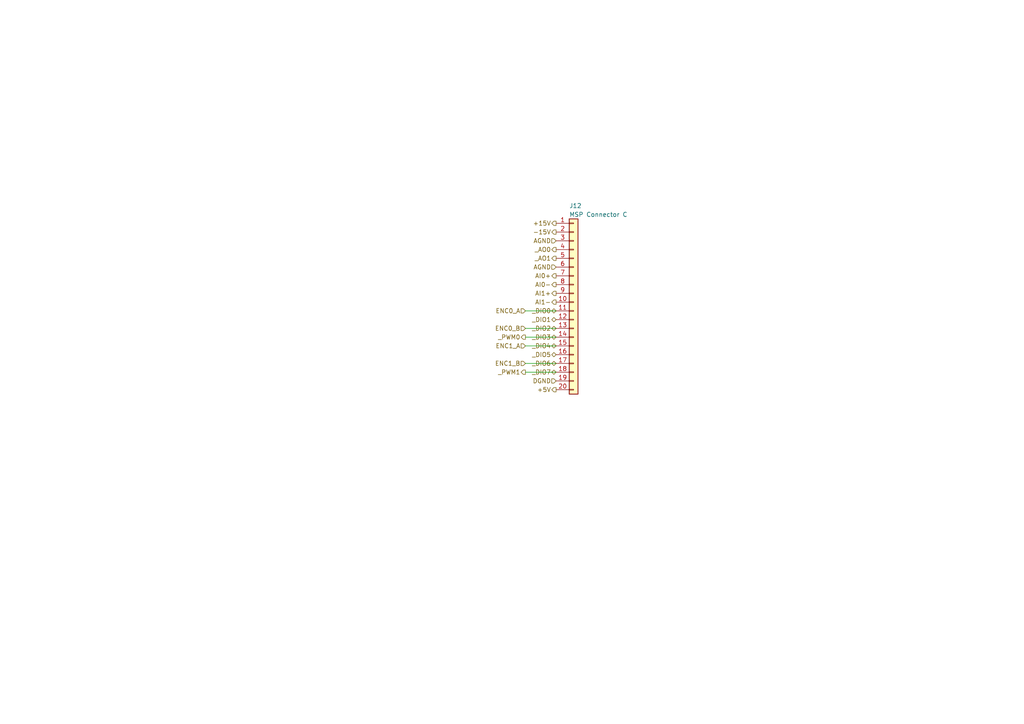
<source format=kicad_sch>
(kicad_sch (version 20230121) (generator eeschema)
  (paper "A4")
  (lib_symbols
    (symbol "Connector_Generic:Conn_01x20" (pin_names (offset 1.016) hide)
      (property "Reference" "J" (at 0 25.4 0))
      (property "Value" "Conn_01x20" (at 0 -27.94 0))
      (symbol "Conn_01x20_1_1"
        (rectangle (start -1.27 -25.273) (end 0 -25.527) (stroke (width 0.1524)))
        (rectangle (start -1.27 -22.733) (end 0 -22.987) (stroke (width 0.1524)))
        (rectangle (start -1.27 -20.193) (end 0 -20.447) (stroke (width 0.1524)))
        (rectangle (start -1.27 -17.653) (end 0 -17.907) (stroke (width 0.1524)))
        (rectangle (start -1.27 -15.113) (end 0 -15.367) (stroke (width 0.1524)))
        (rectangle (start -1.27 -12.573) (end 0 -12.827) (stroke (width 0.1524)))
        (rectangle (start -1.27 -10.033) (end 0 -10.287) (stroke (width 0.1524)))
        (rectangle (start -1.27 -7.493) (end 0 -7.747) (stroke (width 0.1524)))
        (rectangle (start -1.27 -4.953) (end 0 -5.207) (stroke (width 0.1524)))
        (rectangle (start -1.27 -2.413) (end 0 -2.667) (stroke (width 0.1524)))
        (rectangle (start -1.27 0.127) (end 0 -0.127) (stroke (width 0.1524)))
        (rectangle (start -1.27 2.667) (end 0 2.413) (stroke (width 0.1524)))
        (rectangle (start -1.27 5.207) (end 0 4.953) (stroke (width 0.1524)))
        (rectangle (start -1.27 7.747) (end 0 7.493) (stroke (width 0.1524)))
        (rectangle (start -1.27 10.287) (end 0 10.033) (stroke (width 0.1524)))
        (rectangle (start -1.27 12.827) (end 0 12.573) (stroke (width 0.1524)))
        (rectangle (start -1.27 15.367) (end 0 15.113) (stroke (width 0.1524)))
        (rectangle (start -1.27 17.907) (end 0 17.653) (stroke (width 0.1524)))
        (rectangle (start -1.27 20.447) (end 0 20.193) (stroke (width 0.1524)))
        (rectangle (start -1.27 22.987) (end 0 22.733) (stroke (width 0.1524)))
        (rectangle (start -1.27 24.13) (end 1.27 -26.67) (stroke (width 0.254)) (fill (type background)))
        (pin passive line (at -5.08 22.86 0) (length 3.81) (name "Pin_1") (number "1"))
        (pin passive line (at -5.08 0 0) (length 3.81) (name "Pin_10") (number "10"))
        (pin passive line (at -5.08 -2.54 0) (length 3.81) (name "Pin_11") (number "11"))
        (pin passive line (at -5.08 -5.08 0) (length 3.81) (name "Pin_12") (number "12"))
        (pin passive line (at -5.08 -7.62 0) (length 3.81) (name "Pin_13") (number "13"))
        (pin passive line (at -5.08 -10.16 0) (length 3.81) (name "Pin_14") (number "14"))
        (pin passive line (at -5.08 -12.7 0) (length 3.81) (name "Pin_15") (number "15"))
        (pin passive line (at -5.08 -15.24 0) (length 3.81) (name "Pin_16") (number "16"))
        (pin passive line (at -5.08 -17.78 0) (length 3.81) (name "Pin_17") (number "17"))
        (pin passive line (at -5.08 -20.32 0) (length 3.81) (name "Pin_18") (number "18"))
        (pin passive line (at -5.08 -22.86 0) (length 3.81) (name "Pin_19") (number "19"))
        (pin passive line (at -5.08 20.32 0) (length 3.81) (name "Pin_2") (number "2"))
        (pin passive line (at -5.08 -25.4 0) (length 3.81) (name "Pin_20") (number "20"))
        (pin passive line (at -5.08 17.78 0) (length 3.81) (name "Pin_3") (number "3"))
        (pin passive line (at -5.08 15.24 0) (length 3.81) (name "Pin_4") (number "4"))
        (pin passive line (at -5.08 12.7 0) (length 3.81) (name "Pin_5") (number "5"))
        (pin passive line (at -5.08 10.16 0) (length 3.81) (name "Pin_6") (number "6"))
        (pin passive line (at -5.08 7.62 0) (length 3.81) (name "Pin_7") (number "7"))
        (pin passive line (at -5.08 5.08 0) (length 3.81) (name "Pin_8") (number "8"))
        (pin passive line (at -5.08 2.54 0) (length 3.81) (name "Pin_9") (number "9"))
      )
    )
  )
  (wire (pts (xy 152.4 95.25) (xy 161.29 95.25)))
  (wire (pts (xy 152.4 100.33) (xy 161.29 100.33)))
  (wire (pts (xy 152.4 90.17) (xy 161.29 90.17)))
  (wire (pts (xy 152.4 105.41) (xy 161.29 105.41)))
  (wire (pts (xy 152.4 97.79) (xy 161.29 97.79)))
  (wire (pts (xy 152.4 107.95) (xy 161.29 107.95)))
  (hierarchical_label "_DIO2" (shape bidirectional) (at 161.29 95.25 180))
  (hierarchical_label "DGND" (shape input) (at 161.29 110.49 180))
  (hierarchical_label "ENC1_B" (shape input) (at 152.4 105.41 180))
  (hierarchical_label "_DIO3" (shape bidirectional) (at 161.29 97.79 180))
  (hierarchical_label "_DIO1" (shape bidirectional) (at 161.29 92.71 180))
  (hierarchical_label "AI1-" (shape output) (at 161.29 87.63 180))
  (hierarchical_label "ENC1_A" (shape input) (at 152.4 100.33 180))
  (hierarchical_label "AGND" (shape input) (at 161.29 69.85 180))
  (hierarchical_label "AGND" (shape input) (at 161.29 77.47 180))
  (hierarchical_label "_PWM1" (shape output) (at 152.4 107.95 180))
  (hierarchical_label "_DIO4" (shape bidirectional) (at 161.29 100.33 180))
  (hierarchical_label "_DIO7" (shape bidirectional) (at 161.29 107.95 180))
  (hierarchical_label "AI0+" (shape output) (at 161.29 80.01 180))
  (hierarchical_label "_AO1" (shape output) (at 161.29 74.93 180))
  (hierarchical_label "_PWM0" (shape output) (at 152.4 97.79 180))
  (hierarchical_label "_DIO5" (shape bidirectional) (at 161.29 102.87 180))
  (hierarchical_label "AI1+" (shape output) (at 161.29 85.09 180))
  (hierarchical_label "+5V" (shape output) (at 161.29 113.03 180))
  (hierarchical_label "_DIO0" (shape bidirectional) (at 161.29 90.17 180))
  (hierarchical_label "AI0-" (shape output) (at 161.29 82.55 180))
  (hierarchical_label "+15V" (shape output) (at 161.29 64.77 180))
  (hierarchical_label "ENC0_B" (shape input) (at 152.4 95.25 180))
  (hierarchical_label "_DIO6" (shape bidirectional) (at 161.29 105.41 180))
  (hierarchical_label "_AO0" (shape output) (at 161.29 72.39 180))
  (hierarchical_label "-15V" (shape output) (at 161.29 67.31 180))
  (hierarchical_label "ENC0_A" (shape input) (at 152.4 90.17 180))
  (symbol (lib_id "Connector_Generic:Conn_01x20") (at 166.37 87.63 0) (unit 1)
    (property "Reference" "J12" (at 165.1 59.69 0) (effects (justify left)))
    (property "Value" "MSP Connector C" (at 165.1 62.23 0) (effects (justify left)))
    (property "Footprint" "Connector_IDC:IDC-Header_2x10_P2.54mm_Vertical" (effects hide))
    (instances (project "SP Distribution" (path "" (reference "J12") (unit 1)) (path "" (reference "J13") (unit 1)) (path "" (reference "J12") (unit 1))))
  )
)
</source>
